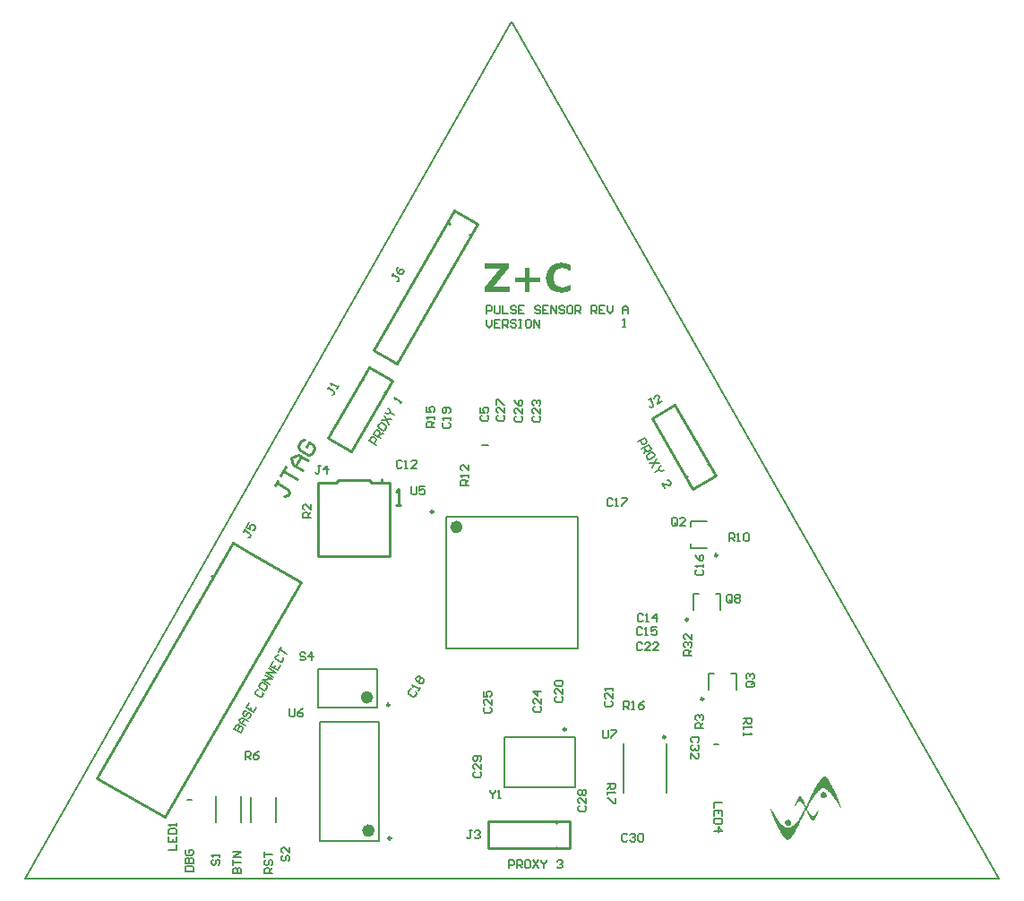
<source format=gto>
%FSLAX25Y25*%
%MOIN*%
G70*
G01*
G75*
%ADD10C,0.00700*%
%ADD11R,0.06299X0.02992*%
%ADD12R,0.07087X0.05512*%
%ADD13R,0.13386X0.07087*%
%ADD14R,0.01181X0.03347*%
%ADD15R,0.03937X0.03937*%
%ADD16R,0.02992X0.09449*%
%ADD17R,0.03937X0.04331*%
%ADD18R,0.05906X0.05118*%
%ADD19R,0.02362X0.01969*%
%ADD20O,0.07087X0.01181*%
%ADD21O,0.01181X0.07087*%
%ADD22R,0.04331X0.03937*%
G04:AMPARAMS|DCode=23|XSize=39.37mil|YSize=43.31mil|CornerRadius=0mil|HoleSize=0mil|Usage=FLASHONLY|Rotation=150.000|XOffset=0mil|YOffset=0mil|HoleType=Round|Shape=Rectangle|*
%AMROTATEDRECTD23*
4,1,4,0.02788,0.00891,0.00622,-0.02860,-0.02788,-0.00891,-0.00622,0.02860,0.02788,0.00891,0.0*
%
%ADD23ROTATEDRECTD23*%

%ADD24R,0.05118X0.05906*%
%ADD25R,0.02362X0.03543*%
%ADD26R,0.02559X0.02953*%
%ADD27R,0.02953X0.02559*%
%ADD28R,0.03937X0.03347*%
%ADD29R,0.03937X0.03347*%
%ADD30R,0.03347X0.03937*%
%ADD31R,0.03347X0.03937*%
%ADD32C,0.01000*%
%ADD33C,0.02000*%
%ADD34C,0.00600*%
%ADD35C,0.20000*%
%ADD36C,0.03937*%
%ADD37C,0.06000*%
%ADD38C,0.02598*%
%ADD39C,0.02000*%
%ADD40C,0.04000*%
%ADD41C,0.16500*%
%ADD42C,0.07201*%
%ADD43C,0.07150*%
%ADD44C,0.08000*%
G04:AMPARAMS|DCode=45|XSize=100mil|YSize=100mil|CornerRadius=0mil|HoleSize=0mil|Usage=FLASHONLY|Rotation=0.000|XOffset=0mil|YOffset=0mil|HoleType=Round|Shape=Relief|Width=10mil|Gap=10mil|Entries=4|*
%AMTHD45*
7,0,0,0.10000,0.08000,0.01000,45*
%
%ADD45THD45*%
%ADD46C,0.05299*%
%ADD47C,0.05000*%
G04:AMPARAMS|DCode=48|XSize=70mil|YSize=70mil|CornerRadius=0mil|HoleSize=0mil|Usage=FLASHONLY|Rotation=0.000|XOffset=0mil|YOffset=0mil|HoleType=Round|Shape=Relief|Width=10mil|Gap=10mil|Entries=4|*
%AMTHD48*
7,0,0,0.07000,0.05000,0.01000,45*
%
%ADD48THD48*%
G04:AMPARAMS|DCode=49|XSize=20.08mil|YSize=29.53mil|CornerRadius=0mil|HoleSize=0mil|Usage=FLASHONLY|Rotation=240.000|XOffset=0mil|YOffset=0mil|HoleType=Round|Shape=Rectangle|*
%AMROTATEDRECTD49*
4,1,4,-0.00777,0.01608,0.01781,0.00131,0.00777,-0.01608,-0.01781,-0.00131,-0.00777,0.01608,0.0*
%
%ADD49ROTATEDRECTD49*%

%ADD50R,0.06102X0.01772*%
G04:AMPARAMS|DCode=51|XSize=23.62mil|YSize=35.43mil|CornerRadius=0mil|HoleSize=0mil|Usage=FLASHONLY|Rotation=330.000|XOffset=0mil|YOffset=0mil|HoleType=Round|Shape=Rectangle|*
%AMROTATEDRECTD51*
4,1,4,-0.01909,-0.00944,-0.00137,0.02125,0.01909,0.00944,0.00137,-0.02125,-0.01909,-0.00944,0.0*
%
%ADD51ROTATEDRECTD51*%

G04:AMPARAMS|DCode=52|XSize=59.06mil|YSize=51.18mil|CornerRadius=0mil|HoleSize=0mil|Usage=FLASHONLY|Rotation=30.000|XOffset=0mil|YOffset=0mil|HoleType=Round|Shape=Rectangle|*
%AMROTATEDRECTD52*
4,1,4,-0.01278,-0.03693,-0.03837,0.00740,0.01278,0.03693,0.03837,-0.00740,-0.01278,-0.03693,0.0*
%
%ADD52ROTATEDRECTD52*%

G04:AMPARAMS|DCode=53|XSize=59.06mil|YSize=51.18mil|CornerRadius=0mil|HoleSize=0mil|Usage=FLASHONLY|Rotation=150.000|XOffset=0mil|YOffset=0mil|HoleType=Round|Shape=Rectangle|*
%AMROTATEDRECTD53*
4,1,4,0.03837,0.00740,0.01278,-0.03693,-0.03837,-0.00740,-0.01278,0.03693,0.03837,0.00740,0.0*
%
%ADD53ROTATEDRECTD53*%

%ADD54R,0.02953X0.02008*%
%ADD55R,0.03543X0.02362*%
G04:AMPARAMS|DCode=56|XSize=23.62mil|YSize=35.43mil|CornerRadius=0mil|HoleSize=0mil|Usage=FLASHONLY|Rotation=210.000|XOffset=0mil|YOffset=0mil|HoleType=Round|Shape=Rectangle|*
%AMROTATEDRECTD56*
4,1,4,0.00137,0.02125,0.01909,-0.00944,-0.00137,-0.02125,-0.01909,0.00944,0.00137,0.02125,0.0*
%
%ADD56ROTATEDRECTD56*%

%ADD57R,0.02008X0.02953*%
G04:AMPARAMS|DCode=58|XSize=20.08mil|YSize=29.53mil|CornerRadius=0mil|HoleSize=0mil|Usage=FLASHONLY|Rotation=300.000|XOffset=0mil|YOffset=0mil|HoleType=Round|Shape=Rectangle|*
%AMROTATEDRECTD58*
4,1,4,-0.01781,0.00131,0.00777,0.01608,0.01781,-0.00131,-0.00777,-0.01608,-0.01781,0.00131,0.0*
%
%ADD58ROTATEDRECTD58*%

G04:AMPARAMS|DCode=59|XSize=25.59mil|YSize=29.53mil|CornerRadius=0mil|HoleSize=0mil|Usage=FLASHONLY|Rotation=30.000|XOffset=0mil|YOffset=0mil|HoleType=Round|Shape=Rectangle|*
%AMROTATEDRECTD59*
4,1,4,-0.00370,-0.01918,-0.01846,0.00639,0.00370,0.01918,0.01846,-0.00639,-0.00370,-0.01918,0.0*
%
%ADD59ROTATEDRECTD59*%

G04:AMPARAMS|DCode=60|XSize=23.62mil|YSize=39.37mil|CornerRadius=0mil|HoleSize=0mil|Usage=FLASHONLY|Rotation=240.000|XOffset=0mil|YOffset=0mil|HoleType=Round|Shape=Rectangle|*
%AMROTATEDRECTD60*
4,1,4,-0.01114,0.02007,0.02295,0.00039,0.01114,-0.02007,-0.02295,-0.00039,-0.01114,0.02007,0.0*
%
%ADD60ROTATEDRECTD60*%

G04:AMPARAMS|DCode=61|XSize=23.62mil|YSize=39.37mil|CornerRadius=0mil|HoleSize=0mil|Usage=FLASHONLY|Rotation=300.000|XOffset=0mil|YOffset=0mil|HoleType=Round|Shape=Rectangle|*
%AMROTATEDRECTD61*
4,1,4,-0.02295,0.00039,0.01114,0.02007,0.02295,-0.00039,-0.01114,-0.02007,-0.02295,0.00039,0.0*
%
%ADD61ROTATEDRECTD61*%

%ADD62R,0.02362X0.03937*%
%ADD63R,0.02362X0.03740*%
%ADD64C,0.02362*%
%ADD65C,0.00984*%
%ADD66C,0.00787*%
G36*
X116276Y-78003D02*
X116387Y-78058D01*
X116535Y-78169D01*
X116720Y-78336D01*
X116887Y-78558D01*
X117035Y-78854D01*
X117090Y-79021D01*
X117146Y-79206D01*
X117164Y-79428D01*
X117183Y-79650D01*
X117164D01*
X117146Y-79687D01*
X117035Y-79761D01*
X116868Y-79872D01*
X116665Y-80002D01*
X116424Y-80132D01*
X116183Y-80243D01*
X115961Y-80317D01*
X115758Y-80354D01*
X115739D01*
X115721Y-80335D01*
X115610Y-80298D01*
X115462Y-80224D01*
X115276Y-80132D01*
X115091Y-80020D01*
X114943Y-79909D01*
X114832Y-79780D01*
X114814Y-79724D01*
X114795Y-79650D01*
Y-78706D01*
Y-78688D01*
X114814Y-78651D01*
X114832Y-78577D01*
X114888Y-78484D01*
X114980Y-78373D01*
X115091Y-78243D01*
X115276Y-78114D01*
X115517Y-77984D01*
X116257D01*
X116276Y-78003D01*
D02*
G37*
G36*
X116776Y-72320D02*
X116887Y-72376D01*
X117016Y-72487D01*
X117109Y-72561D01*
X117201Y-72654D01*
X117313Y-72764D01*
X117442Y-72913D01*
X117572Y-73079D01*
X117720Y-73283D01*
X117886Y-73505D01*
X118053Y-73746D01*
X118238Y-74042D01*
X118423Y-74375D01*
X118645Y-74727D01*
X118867Y-75134D01*
X119089Y-75578D01*
X119349Y-76078D01*
X119608Y-76615D01*
X119885Y-77207D01*
X120182Y-77836D01*
X120496Y-78540D01*
X120811Y-79280D01*
X121144Y-80094D01*
X121496Y-80946D01*
X121866Y-81871D01*
X122255Y-82871D01*
X122643Y-83926D01*
X122403D01*
X122384Y-83908D01*
X122347Y-83833D01*
X122292Y-83741D01*
X122218Y-83611D01*
X122125Y-83445D01*
X121995Y-83241D01*
X121866Y-83019D01*
X121718Y-82778D01*
X121533Y-82501D01*
X121366Y-82223D01*
X120959Y-81594D01*
X120496Y-80927D01*
X120015Y-80243D01*
X119515Y-79558D01*
X118978Y-78891D01*
X118442Y-78262D01*
X118182Y-77984D01*
X117905Y-77707D01*
X117646Y-77466D01*
X117386Y-77244D01*
X117146Y-77040D01*
X116887Y-76874D01*
X116646Y-76744D01*
X116424Y-76633D01*
X116183Y-76578D01*
X115980Y-76559D01*
X115517D01*
X115480Y-76578D01*
X115387Y-76615D01*
X115239Y-76689D01*
X115036Y-76800D01*
X114795Y-76966D01*
X114499Y-77188D01*
X114147Y-77485D01*
X113962Y-77651D01*
X113777Y-77836D01*
X113574Y-78040D01*
X113370Y-78281D01*
X113148Y-78521D01*
X112926Y-78799D01*
X112685Y-79095D01*
X112444Y-79410D01*
X112204Y-79761D01*
X111963Y-80132D01*
X111704Y-80539D01*
X111445Y-80964D01*
X111186Y-81409D01*
X110908Y-81890D01*
X110649Y-82408D01*
X110371Y-82964D01*
X110094Y-83537D01*
X109816Y-84148D01*
X109834Y-84167D01*
X109871Y-84259D01*
X109927Y-84370D01*
X110020Y-84537D01*
X110112Y-84722D01*
X110223Y-84926D01*
X110501Y-85388D01*
X110797Y-85851D01*
X110945Y-86073D01*
X111112Y-86277D01*
X111278Y-86462D01*
X111426Y-86610D01*
X111574Y-86721D01*
X111723Y-86777D01*
X112222D01*
X112278Y-86740D01*
X112333Y-86703D01*
X112389Y-86665D01*
X112463Y-86592D01*
X112555Y-86499D01*
X112666Y-86388D01*
X112796Y-86258D01*
X112963Y-86073D01*
X113129Y-85870D01*
X113333Y-85629D01*
X113555Y-85333D01*
X113814Y-85000D01*
X114092Y-84629D01*
Y-84870D01*
Y-84889D01*
X114073Y-84907D01*
X114055Y-84963D01*
X114036Y-85037D01*
X113962Y-85222D01*
X113870Y-85462D01*
X113759Y-85759D01*
X113629Y-86073D01*
X113481Y-86406D01*
X113333Y-86758D01*
X113148Y-87128D01*
X112981Y-87462D01*
X112796Y-87776D01*
X112629Y-88072D01*
X112444Y-88313D01*
X112278Y-88498D01*
X112185Y-88572D01*
X112111Y-88628D01*
X112019Y-88646D01*
X111945Y-88665D01*
X111907D01*
X111834Y-88628D01*
X111759Y-88591D01*
X111667Y-88535D01*
X111556Y-88442D01*
X111426Y-88313D01*
X111260Y-88128D01*
X111093Y-87906D01*
X110926Y-87628D01*
X110723Y-87276D01*
X110630Y-87073D01*
X110519Y-86869D01*
X110408Y-86629D01*
X110297Y-86369D01*
X110186Y-86092D01*
X110056Y-85796D01*
X109945Y-85481D01*
X109816Y-85148D01*
X109705Y-84777D01*
X109575Y-84389D01*
X109335D01*
X109316Y-84426D01*
X109279Y-84518D01*
X109224Y-84666D01*
X109131Y-84870D01*
X109020Y-85129D01*
X108890Y-85444D01*
X108761Y-85777D01*
X108594Y-86166D01*
X108409Y-86592D01*
X108205Y-87036D01*
X108002Y-87498D01*
X107780Y-87998D01*
X107280Y-89016D01*
X106762Y-90071D01*
X106225Y-91145D01*
X105651Y-92163D01*
X105374Y-92663D01*
X105077Y-93125D01*
X104800Y-93570D01*
X104504Y-93995D01*
X104226Y-94384D01*
X103948Y-94717D01*
X103671Y-95032D01*
X103411Y-95291D01*
X103152Y-95495D01*
X102912Y-95643D01*
X102671Y-95735D01*
X102449Y-95772D01*
X102430D01*
X102356Y-95754D01*
X102227Y-95698D01*
X102060Y-95587D01*
X101949Y-95513D01*
X101838Y-95421D01*
X101708Y-95291D01*
X101560Y-95162D01*
X101412Y-94995D01*
X101246Y-94791D01*
X101061Y-94569D01*
X100876Y-94310D01*
X100654Y-94033D01*
X100450Y-93699D01*
X100209Y-93348D01*
X99969Y-92940D01*
X99709Y-92478D01*
X99450Y-91996D01*
X99173Y-91460D01*
X98877Y-90867D01*
X98562Y-90238D01*
X98247Y-89535D01*
X97914Y-88794D01*
X97562Y-87980D01*
X97211Y-87128D01*
X96840Y-86203D01*
X96452Y-85203D01*
X96063Y-84148D01*
X96304D01*
X96341Y-84167D01*
X96378Y-84222D01*
X96452Y-84278D01*
X96544Y-84389D01*
X96674Y-84537D01*
X96803Y-84722D01*
X96988Y-84963D01*
X97192Y-85240D01*
X97433Y-85611D01*
X97562Y-85814D01*
X97692Y-86036D01*
X97840Y-86277D01*
X98006Y-86536D01*
X98173Y-86814D01*
X98358Y-87110D01*
X98543Y-87424D01*
X98747Y-87776D01*
X98950Y-88146D01*
X99173Y-88535D01*
X99395Y-88942D01*
X99635Y-89386D01*
X99654Y-89405D01*
X99709Y-89460D01*
X99802Y-89553D01*
X99913Y-89683D01*
X100043Y-89831D01*
X100209Y-89979D01*
X100394Y-90145D01*
X100598Y-90330D01*
X101042Y-90682D01*
X101264Y-90830D01*
X101505Y-90978D01*
X101746Y-91108D01*
X101986Y-91201D01*
X102227Y-91256D01*
X102449Y-91274D01*
X102967D01*
X103060Y-91256D01*
X103208Y-91219D01*
X103411Y-91163D01*
X103671Y-91034D01*
X103985Y-90867D01*
X104152Y-90756D01*
X104337Y-90645D01*
X104541Y-90497D01*
X104744Y-90330D01*
X104948Y-90127D01*
X105170Y-89923D01*
X105411Y-89683D01*
X105651Y-89424D01*
X105910Y-89127D01*
X106169Y-88813D01*
X106429Y-88461D01*
X106706Y-88072D01*
X106984Y-87647D01*
X107280Y-87202D01*
X107558Y-86721D01*
X107872Y-86184D01*
X108168Y-85629D01*
X108483Y-85018D01*
X108798Y-84370D01*
X109113Y-83685D01*
X109094Y-83667D01*
X109075Y-83611D01*
X109020Y-83519D01*
X108946Y-83389D01*
X108853Y-83241D01*
X108761Y-83075D01*
X108520Y-82723D01*
X108243Y-82334D01*
X107965Y-81982D01*
X107835Y-81834D01*
X107706Y-81705D01*
X107576Y-81612D01*
X107447Y-81538D01*
X106725D01*
X106669Y-81575D01*
X106577Y-81631D01*
X106503Y-81705D01*
X106410Y-81779D01*
X106317Y-81871D01*
X106207Y-82001D01*
X106058Y-82149D01*
X105910Y-82334D01*
X105725Y-82556D01*
X105540Y-82815D01*
X105318Y-83112D01*
X105077Y-83445D01*
Y-83204D01*
Y-83186D01*
X105096Y-83167D01*
X105133Y-83056D01*
X105188Y-82871D01*
X105262Y-82649D01*
X105374Y-82371D01*
X105485Y-82075D01*
X105614Y-81760D01*
X105762Y-81427D01*
X105929Y-81094D01*
X106095Y-80779D01*
X106262Y-80465D01*
X106447Y-80206D01*
X106632Y-79983D01*
X106836Y-79798D01*
X107021Y-79687D01*
X107114Y-79669D01*
X107206Y-79650D01*
X107447D01*
X107465Y-79669D01*
X107502Y-79706D01*
X107558Y-79761D01*
X107632Y-79835D01*
X107724Y-79965D01*
X107835Y-80094D01*
X107965Y-80280D01*
X108095Y-80483D01*
X108243Y-80724D01*
X108391Y-81002D01*
X108539Y-81316D01*
X108705Y-81649D01*
X108872Y-82038D01*
X109020Y-82464D01*
X109187Y-82926D01*
X109335Y-83445D01*
X109575D01*
X109594Y-83426D01*
X109612Y-83352D01*
X109668Y-83223D01*
X109723Y-83056D01*
X109797Y-82853D01*
X109908Y-82612D01*
X110020Y-82353D01*
X110149Y-82038D01*
X110279Y-81705D01*
X110427Y-81335D01*
X110593Y-80946D01*
X110778Y-80557D01*
X111167Y-79687D01*
X111593Y-78762D01*
X112056Y-77818D01*
X112555Y-76874D01*
X113055Y-75948D01*
X113592Y-75041D01*
X113851Y-74616D01*
X114129Y-74208D01*
X114406Y-73838D01*
X114665Y-73468D01*
X114943Y-73135D01*
X115221Y-72820D01*
X115498Y-72542D01*
X115758Y-72302D01*
X116720D01*
X116776Y-72320D01*
D02*
G37*
G36*
X103874Y-89146D02*
Y-89164D01*
Y-89201D01*
Y-89257D01*
X103856Y-89331D01*
X103837Y-89535D01*
X103782Y-89775D01*
X103708Y-90034D01*
X103578Y-90257D01*
X103411Y-90460D01*
X103300Y-90516D01*
X103171Y-90571D01*
X102430D01*
X102393Y-90553D01*
X102301Y-90516D01*
X102208Y-90442D01*
X102060Y-90330D01*
X101912Y-90164D01*
X101820Y-90053D01*
X101708Y-89923D01*
X101616Y-89775D01*
X101505Y-89609D01*
Y-89146D01*
Y-89127D01*
X101523Y-89109D01*
X101579Y-88998D01*
X101690Y-88850D01*
X101857Y-88665D01*
X102079Y-88498D01*
X102375Y-88350D01*
X102541Y-88294D01*
X102727Y-88239D01*
X102949Y-88220D01*
X103171Y-88202D01*
X103874Y-89146D01*
D02*
G37*
G36*
X18741Y118991D02*
X18977Y118975D01*
X19229Y118959D01*
X19512Y118928D01*
X19811Y118865D01*
X20126Y118802D01*
X20142D01*
X20158Y118786D01*
X20205D01*
X20268Y118770D01*
X20425Y118723D01*
X20646Y118644D01*
X20882Y118566D01*
X21149Y118471D01*
X21433Y118345D01*
X21716Y118203D01*
Y116016D01*
X21700D01*
X21685Y116031D01*
X21590Y116094D01*
X21433Y116189D01*
X21244Y116299D01*
X21008Y116425D01*
X20756Y116551D01*
X20488Y116677D01*
X20205Y116771D01*
X20189D01*
X20174Y116787D01*
X20079Y116818D01*
X19922Y116850D01*
X19733Y116897D01*
X19497Y116944D01*
X19229Y116992D01*
X18946Y117007D01*
X18647Y117023D01*
X18505D01*
X18411Y117007D01*
X18285Y116992D01*
X18127Y116976D01*
X17970Y116944D01*
X17797Y116913D01*
X17435Y116787D01*
X17246Y116724D01*
X17041Y116630D01*
X16852Y116519D01*
X16679Y116393D01*
X16490Y116252D01*
X16333Y116079D01*
X16317Y116063D01*
X16301Y116031D01*
X16254Y115984D01*
X16207Y115905D01*
X16144Y115811D01*
X16065Y115685D01*
X15987Y115559D01*
X15924Y115402D01*
X15845Y115229D01*
X15766Y115024D01*
X15688Y114819D01*
X15625Y114583D01*
X15577Y114331D01*
X15530Y114064D01*
X15514Y113765D01*
X15499Y113466D01*
Y113450D01*
Y113387D01*
Y113308D01*
X15514Y113198D01*
X15530Y113057D01*
X15546Y112899D01*
X15562Y112710D01*
X15609Y112521D01*
X15703Y112112D01*
X15845Y111671D01*
X15939Y111467D01*
X16065Y111247D01*
X16191Y111058D01*
X16333Y110869D01*
X16349Y110853D01*
X16364Y110821D01*
X16427Y110790D01*
X16490Y110727D01*
X16569Y110648D01*
X16679Y110570D01*
X16789Y110491D01*
X16931Y110412D01*
X17088Y110318D01*
X17262Y110239D01*
X17450Y110160D01*
X17655Y110082D01*
X17891Y110019D01*
X18127Y109987D01*
X18379Y109956D01*
X18647Y109940D01*
X18788D01*
X18946Y109956D01*
X19150Y109971D01*
X19387Y110003D01*
X19654Y110035D01*
X19922Y110097D01*
X20205Y110176D01*
X20221D01*
X20236Y110192D01*
X20331Y110223D01*
X20472Y110286D01*
X20677Y110365D01*
X20898Y110475D01*
X21149Y110601D01*
X21433Y110758D01*
X21716Y110947D01*
Y108744D01*
X21700D01*
X21685Y108728D01*
X21590Y108681D01*
X21433Y108602D01*
X21228Y108523D01*
X20992Y108429D01*
X20724Y108335D01*
X20441Y108240D01*
X20126Y108161D01*
X20110D01*
X20095Y108146D01*
X20048D01*
X19985Y108130D01*
X19827Y108098D01*
X19607Y108067D01*
X19355Y108020D01*
X19072Y107988D01*
X18757Y107973D01*
X18426Y107957D01*
X18316D01*
X18174Y107973D01*
X17986Y107988D01*
X17765Y108004D01*
X17498Y108036D01*
X17214Y108083D01*
X16899Y108146D01*
X16569Y108224D01*
X16223Y108319D01*
X15876Y108445D01*
X15530Y108586D01*
X15184Y108744D01*
X14838Y108948D01*
X14507Y109169D01*
X14208Y109436D01*
X14192Y109452D01*
X14145Y109499D01*
X14066Y109594D01*
X13972Y109704D01*
X13846Y109861D01*
X13720Y110035D01*
X13578Y110255D01*
X13437Y110491D01*
X13295Y110774D01*
X13153Y111073D01*
X13027Y111404D01*
X12902Y111766D01*
X12807Y112144D01*
X12728Y112569D01*
X12681Y112994D01*
X12665Y113466D01*
Y113497D01*
Y113576D01*
X12681Y113718D01*
X12697Y113891D01*
X12713Y114111D01*
X12744Y114363D01*
X12791Y114631D01*
X12854Y114930D01*
X12933Y115244D01*
X13043Y115575D01*
X13169Y115921D01*
X13311Y116252D01*
X13500Y116582D01*
X13704Y116913D01*
X13940Y117228D01*
X14208Y117511D01*
X14224Y117527D01*
X14287Y117574D01*
X14365Y117653D01*
X14491Y117747D01*
X14649Y117857D01*
X14838Y117983D01*
X15058Y118125D01*
X15326Y118266D01*
X15609Y118392D01*
X15924Y118534D01*
X16270Y118660D01*
X16648Y118770D01*
X17057Y118865D01*
X17482Y118943D01*
X17938Y118991D01*
X18426Y119006D01*
X18584D01*
X18741Y118991D01*
D02*
G37*
G36*
X6668Y113576D02*
X10383D01*
Y111892D01*
X6668D01*
Y108161D01*
X4969D01*
Y111892D01*
X1254D01*
Y113576D01*
X4969D01*
Y117306D01*
X6668D01*
Y113576D01*
D02*
G37*
G36*
X-1107Y117149D02*
X-6836Y110239D01*
X-950D01*
Y108161D01*
X-10236D01*
Y109814D01*
X-4523Y116740D01*
X-10079D01*
Y118817D01*
X-1107D01*
Y117149D01*
D02*
G37*
D32*
X-64498Y38216D02*
X-53179Y38216D01*
X-65482Y37232D02*
X-64498Y38216D01*
X-53179Y38216D02*
X-52195Y37232D01*
X-45551Y9771D02*
X-45551Y37232D01*
X-72126Y9771D02*
X-45551Y9771D01*
X-72126Y37232D02*
X-72126Y9771D01*
X-52195Y37232D02*
X-45551D01*
X-72126D02*
X-65482D01*
X-48602Y37708D02*
Y38315D01*
X-154377Y-72715D02*
X-129112Y-87302D01*
X-154377Y-72715D02*
X-103845Y14808D01*
X-97162Y10950D01*
X-78580Y221D01*
X-129112Y-87302D02*
X-78580Y221D01*
X-111683Y2445D02*
X-111158Y2141D01*
X-42697Y81362D02*
X-12697Y133324D01*
X-21358Y138324D02*
X-12697Y133324D01*
X-51358Y86362D02*
X-21358Y138324D01*
X-51358Y86362D02*
X-42697Y81362D01*
X-23858Y133994D02*
X-23108Y133561D01*
X-15862Y129378D02*
X-15197Y128994D01*
X16500Y-99000D02*
Y-98626D01*
Y-89472D02*
Y-89000D01*
X-8894Y-99000D02*
Y-89000D01*
X21500D01*
Y-99000D02*
Y-89000D01*
X-8894Y-99000D02*
X21500D01*
X-47411Y70913D02*
X-47087Y70726D01*
X-55747Y75726D02*
X-55338Y75490D01*
X-68444Y53734D02*
X-59784Y48734D01*
X-68444Y53734D02*
X-53247Y80056D01*
X-44587Y75056D01*
X-59784Y48734D02*
X-44587Y75056D01*
X64725Y39235D02*
X65049Y39422D01*
X72976Y43998D02*
X73385Y44235D01*
X52028Y61226D02*
X60688Y66226D01*
X75885Y39904D01*
X67225Y34905D02*
X75885Y39904D01*
X52028Y61226D02*
X67225Y34905D01*
X-43307Y28740D02*
X-41308D01*
X-42307D01*
Y34738D01*
X-43307Y33738D01*
X-87053Y37958D02*
X-88053Y36227D01*
X-87553Y37092D01*
X-83224Y34593D01*
X-82859Y33228D01*
X-83358Y32362D01*
X-84724Y31996D01*
X-86054Y39690D02*
X-84054Y43153D01*
X-85054Y41421D01*
X-79860Y38422D01*
X-77860Y41885D02*
X-81323Y43884D01*
X-82055Y46615D01*
X-79324Y47347D01*
X-75861Y45348D01*
X-78458Y46848D01*
X-80457Y43385D01*
X-77191Y53042D02*
X-78556Y52676D01*
X-79556Y50944D01*
X-79190Y49579D01*
X-75727Y47579D01*
X-74361Y47945D01*
X-73362Y49677D01*
X-73728Y51042D01*
X-75459Y52042D01*
X-76459Y50310D01*
D34*
X41567Y-59890D02*
X41567Y-78315D01*
X57669D02*
Y-59890D01*
X-11024Y51181D02*
X-8661D01*
X-76968Y-26382D02*
X-77468Y-25882D01*
X-78468D01*
X-78968Y-26382D01*
Y-26882D01*
X-78468Y-27382D01*
X-77468D01*
X-76968Y-27881D01*
Y-28381D01*
X-77468Y-28881D01*
X-78468D01*
X-78968Y-28381D01*
X-74469Y-28881D02*
Y-25882D01*
X-75969Y-27382D01*
X-73969D01*
X-82677Y-47001D02*
Y-49500D01*
X-82177Y-50000D01*
X-81178D01*
X-80678Y-49500D01*
Y-47001D01*
X-77679D02*
X-78679Y-47501D01*
X-79678Y-48500D01*
Y-49500D01*
X-79178Y-50000D01*
X-78179D01*
X-77679Y-49500D01*
Y-49000D01*
X-78179Y-48500D01*
X-79678D01*
X-8268Y-77316D02*
Y-77816D01*
X-7268Y-78815D01*
X-6268Y-77816D01*
Y-77316D01*
X-7268Y-78815D02*
Y-80315D01*
X-5269D02*
X-4269D01*
X-4769D01*
Y-77316D01*
X-5269Y-77816D01*
X33858Y-54875D02*
Y-57374D01*
X34358Y-57874D01*
X35358D01*
X35858Y-57374D01*
Y-54875D01*
X36857D02*
X38857D01*
Y-55375D01*
X36857Y-57374D01*
Y-57874D01*
X-85176Y-101544D02*
X-85676Y-102044D01*
Y-103043D01*
X-85176Y-103543D01*
X-84676D01*
X-84177Y-103043D01*
Y-102044D01*
X-83677Y-101544D01*
X-83177D01*
X-82677Y-102044D01*
Y-103043D01*
X-83177Y-103543D01*
X-82677Y-98545D02*
Y-100544D01*
X-84676Y-98545D01*
X-85176D01*
X-85676Y-99045D01*
Y-100044D01*
X-85176Y-100544D01*
X-71229Y43550D02*
X-72229D01*
X-71729D01*
Y41051D01*
X-72229Y40551D01*
X-72729D01*
X-73228Y41051D01*
X-68730Y40551D02*
Y43550D01*
X-70229Y42051D01*
X-68230D01*
X-99235Y19766D02*
X-99735Y18901D01*
X-99485Y19334D01*
X-97321Y18084D01*
X-97138Y17401D01*
X-97388Y16968D01*
X-98071Y16785D01*
X-97736Y22364D02*
X-98735Y20632D01*
X-97437Y19882D01*
X-97370Y20998D01*
X-97120Y21431D01*
X-96437Y21614D01*
X-95572Y21114D01*
X-95389Y20431D01*
X-95888Y19566D01*
X-96571Y19383D01*
X-44117Y115042D02*
X-44617Y114176D01*
X-44367Y114609D01*
X-42203Y113360D01*
X-42020Y112677D01*
X-42270Y112244D01*
X-42953Y112061D01*
X-42618Y117639D02*
X-42685Y116524D01*
X-42319Y115158D01*
X-41453Y114658D01*
X-40770Y114841D01*
X-40270Y115707D01*
X-40453Y116390D01*
X-40886Y116640D01*
X-41569Y116457D01*
X-42319Y115158D01*
X66929Y-27165D02*
X63930D01*
Y-25666D01*
X64430Y-25166D01*
X65430D01*
X65929Y-25666D01*
Y-27165D01*
Y-26166D02*
X66929Y-25166D01*
X64430Y-24166D02*
X63930Y-23666D01*
Y-22667D01*
X64430Y-22167D01*
X64930D01*
X65430Y-22667D01*
Y-23167D01*
Y-22667D01*
X65929Y-22167D01*
X66429D01*
X66929Y-22667D01*
Y-23666D01*
X66429Y-24166D01*
X66929Y-19168D02*
Y-21167D01*
X64930Y-19168D01*
X64430D01*
X63930Y-19668D01*
Y-20667D01*
X64430Y-21167D01*
X69035Y-59480D02*
X69534Y-58980D01*
Y-57980D01*
X69035Y-57480D01*
X67035D01*
X66535Y-57980D01*
Y-58980D01*
X67035Y-59480D01*
X69035Y-60479D02*
X69534Y-60979D01*
Y-61979D01*
X69035Y-62479D01*
X68535D01*
X68035Y-61979D01*
Y-61479D01*
Y-61979D01*
X67535Y-62479D01*
X67035D01*
X66535Y-61979D01*
Y-60979D01*
X67035Y-60479D01*
X66535Y-65478D02*
Y-63478D01*
X68535Y-65478D01*
X69035D01*
X69534Y-64978D01*
Y-63978D01*
X69035Y-63478D01*
X-11161Y62236D02*
X-11660Y61736D01*
Y60736D01*
X-11161Y60236D01*
X-9161D01*
X-8661Y60736D01*
Y61736D01*
X-9161Y62236D01*
X-11660Y65235D02*
Y63235D01*
X-10161D01*
X-10661Y64235D01*
Y64735D01*
X-10161Y65235D01*
X-9161D01*
X-8661Y64735D01*
Y63735D01*
X-9161Y63235D01*
X-14930Y-92277D02*
X-15929D01*
X-15430D01*
Y-94776D01*
X-15929Y-95276D01*
X-16429D01*
X-16929Y-94776D01*
X-13930Y-92776D02*
X-13430Y-92277D01*
X-12431D01*
X-11931Y-92776D01*
Y-93276D01*
X-12431Y-93776D01*
X-12930D01*
X-12431D01*
X-11931Y-94276D01*
Y-94776D01*
X-12431Y-95276D01*
X-13430D01*
X-13930Y-94776D01*
X-37402Y35676D02*
Y33177D01*
X-36902Y32677D01*
X-35902D01*
X-35402Y33177D01*
Y35676D01*
X-32403D02*
X-34402D01*
Y34177D01*
X-33403Y34677D01*
X-32903D01*
X-32403Y34177D01*
Y33177D01*
X-32903Y32677D01*
X-33903D01*
X-34402Y33177D01*
X-40914Y45019D02*
X-41414Y45519D01*
X-42413D01*
X-42913Y45019D01*
Y43020D01*
X-42413Y42520D01*
X-41414D01*
X-40914Y43020D01*
X-39914Y42520D02*
X-38915D01*
X-39415D01*
Y45519D01*
X-39914Y45019D01*
X-35416Y42520D02*
X-37415D01*
X-35416Y44519D01*
Y45019D01*
X-35916Y45519D01*
X-36915D01*
X-37415Y45019D01*
X48850Y-12068D02*
X48350Y-11568D01*
X47350D01*
X46850Y-12068D01*
Y-14067D01*
X47350Y-14567D01*
X48350D01*
X48850Y-14067D01*
X49849Y-14567D02*
X50849D01*
X50349D01*
Y-11568D01*
X49849Y-12068D01*
X53848Y-14567D02*
Y-11568D01*
X52349Y-13067D01*
X54348D01*
X48456Y-17186D02*
X47956Y-16686D01*
X46957D01*
X46457Y-17186D01*
Y-19185D01*
X46957Y-19685D01*
X47956D01*
X48456Y-19185D01*
X49456Y-19685D02*
X50455D01*
X49956D01*
Y-16686D01*
X49456Y-17186D01*
X53954Y-16686D02*
X51955D01*
Y-18185D01*
X52955Y-17686D01*
X53454D01*
X53954Y-18185D01*
Y-19185D01*
X53454Y-19685D01*
X52455D01*
X51955Y-19185D01*
X68761Y4755D02*
X68261Y4255D01*
Y3256D01*
X68761Y2756D01*
X70760D01*
X71260Y3256D01*
Y4255D01*
X70760Y4755D01*
X71260Y5755D02*
Y6755D01*
Y6255D01*
X68261D01*
X68761Y5755D01*
X68261Y10254D02*
X68761Y9254D01*
X69760Y8254D01*
X70760D01*
X71260Y8754D01*
Y9754D01*
X70760Y10254D01*
X70260D01*
X69760Y9754D01*
Y8254D01*
X37432Y30846D02*
X36933Y31345D01*
X35933D01*
X35433Y30846D01*
Y28846D01*
X35933Y28346D01*
X36933D01*
X37432Y28846D01*
X38432Y28346D02*
X39432D01*
X38932D01*
Y31345D01*
X38432Y30846D01*
X40931Y31345D02*
X42931D01*
Y30846D01*
X40931Y28846D01*
Y28346D01*
X-37385Y-39653D02*
X-38068Y-39836D01*
X-38568Y-40701D01*
X-38385Y-41384D01*
X-36653Y-42384D01*
X-35971Y-42201D01*
X-35471Y-41335D01*
X-35654Y-40652D01*
X-34721Y-40037D02*
X-34221Y-39171D01*
X-34471Y-39604D01*
X-37068Y-38104D01*
X-36885Y-38787D01*
X-35636Y-36623D02*
X-35819Y-35940D01*
X-35319Y-35074D01*
X-34636Y-34891D01*
X-34203Y-35141D01*
X-34020Y-35824D01*
X-33337Y-35641D01*
X-32905Y-35891D01*
X-32722Y-36574D01*
X-33221Y-37439D01*
X-33904Y-37622D01*
X-34337Y-37372D01*
X-34520Y-36690D01*
X-35203Y-36873D01*
X-35636Y-36623D01*
X-34520Y-36690D02*
X-34020Y-35824D01*
X-25334Y59480D02*
X-25834Y58980D01*
Y57980D01*
X-25334Y57480D01*
X-23335D01*
X-22835Y57980D01*
Y58980D01*
X-23335Y59480D01*
X-22835Y60479D02*
Y61479D01*
Y60979D01*
X-25834D01*
X-25334Y60479D01*
X-23335Y62979D02*
X-22835Y63478D01*
Y64478D01*
X-23335Y64978D01*
X-25334D01*
X-25834Y64478D01*
Y63478D01*
X-25334Y62979D01*
X-24834D01*
X-24334Y63478D01*
Y64978D01*
X16398Y-42489D02*
X15899Y-42989D01*
Y-43988D01*
X16398Y-44488D01*
X18398D01*
X18898Y-43988D01*
Y-42989D01*
X18398Y-42489D01*
X18898Y-39490D02*
Y-41489D01*
X16898Y-39490D01*
X16398D01*
X15899Y-39990D01*
Y-40989D01*
X16398Y-41489D01*
Y-38490D02*
X15899Y-37990D01*
Y-36991D01*
X16398Y-36491D01*
X18398D01*
X18898Y-36991D01*
Y-37990D01*
X18398Y-38490D01*
X16398D01*
X34902Y-44064D02*
X34402Y-44563D01*
Y-45563D01*
X34902Y-46063D01*
X36902D01*
X37402Y-45563D01*
Y-44563D01*
X36902Y-44064D01*
X37402Y-41065D02*
Y-43064D01*
X35402Y-41065D01*
X34902D01*
X34402Y-41564D01*
Y-42564D01*
X34902Y-43064D01*
X37402Y-40065D02*
Y-39065D01*
Y-39565D01*
X34402D01*
X34902Y-40065D01*
X48456Y-22698D02*
X47956Y-22198D01*
X46957D01*
X46457Y-22698D01*
Y-24697D01*
X46957Y-25197D01*
X47956D01*
X48456Y-24697D01*
X51455Y-25197D02*
X49456D01*
X51455Y-23198D01*
Y-22698D01*
X50955Y-22198D01*
X49956D01*
X49456Y-22698D01*
X54454Y-25197D02*
X52455D01*
X54454Y-23198D01*
Y-22698D01*
X53954Y-22198D01*
X52955D01*
X52455Y-22698D01*
X8131Y61842D02*
X7631Y61342D01*
Y60342D01*
X8131Y59842D01*
X10130D01*
X10630Y60342D01*
Y61342D01*
X10130Y61842D01*
X10630Y64841D02*
Y62841D01*
X8631Y64841D01*
X8131D01*
X7631Y64341D01*
Y63341D01*
X8131Y62841D01*
Y65841D02*
X7631Y66340D01*
Y67340D01*
X8131Y67840D01*
X8631D01*
X9130Y67340D01*
Y66840D01*
Y67340D01*
X9630Y67840D01*
X10130D01*
X10630Y67340D01*
Y66340D01*
X10130Y65841D01*
X8524Y-46032D02*
X8025Y-46532D01*
Y-47532D01*
X8524Y-48031D01*
X10524D01*
X11024Y-47532D01*
Y-46532D01*
X10524Y-46032D01*
X11024Y-43033D02*
Y-45033D01*
X9024Y-43033D01*
X8524D01*
X8025Y-43533D01*
Y-44533D01*
X8524Y-45033D01*
X11024Y-40534D02*
X8025D01*
X9524Y-42033D01*
Y-40034D01*
X-9979Y-46426D02*
X-10479Y-46926D01*
Y-47925D01*
X-9979Y-48425D01*
X-7980D01*
X-7480Y-47925D01*
Y-46926D01*
X-7980Y-46426D01*
X-7480Y-43427D02*
Y-45426D01*
X-9480Y-43427D01*
X-9979D01*
X-10479Y-43927D01*
Y-44926D01*
X-9979Y-45426D01*
X-10479Y-40428D02*
Y-42427D01*
X-8980D01*
X-9480Y-41427D01*
Y-40928D01*
X-8980Y-40428D01*
X-7980D01*
X-7480Y-40928D01*
Y-41927D01*
X-7980Y-42427D01*
X1438Y61842D02*
X938Y61342D01*
Y60342D01*
X1438Y59842D01*
X3437D01*
X3937Y60342D01*
Y61342D01*
X3437Y61842D01*
X3937Y64841D02*
Y62841D01*
X1938Y64841D01*
X1438D01*
X938Y64341D01*
Y63341D01*
X1438Y62841D01*
X938Y67840D02*
X1438Y66840D01*
X2437Y65841D01*
X3437D01*
X3937Y66340D01*
Y67340D01*
X3437Y67840D01*
X2937D01*
X2437Y67340D01*
Y65841D01*
X-5255Y62236D02*
X-5755Y61736D01*
Y60736D01*
X-5255Y60236D01*
X-3256D01*
X-2756Y60736D01*
Y61736D01*
X-3256Y62236D01*
X-2756Y65235D02*
Y63235D01*
X-4755Y65235D01*
X-5255D01*
X-5755Y64735D01*
Y63735D01*
X-5255Y63235D01*
X-5755Y66234D02*
Y68234D01*
X-5255D01*
X-3256Y66234D01*
X-2756D01*
X25060Y-83040D02*
X24560Y-83540D01*
Y-84540D01*
X25060Y-85039D01*
X27059D01*
X27559Y-84540D01*
Y-83540D01*
X27059Y-83040D01*
X27559Y-80041D02*
Y-82040D01*
X25560Y-80041D01*
X25060D01*
X24560Y-80541D01*
Y-81541D01*
X25060Y-82040D01*
Y-79041D02*
X24560Y-78541D01*
Y-77542D01*
X25060Y-77042D01*
X25560D01*
X26059Y-77542D01*
X26559Y-77042D01*
X27059D01*
X27559Y-77542D01*
Y-78541D01*
X27059Y-79041D01*
X26559D01*
X26059Y-78541D01*
X25560Y-79041D01*
X25060D01*
X26059Y-78541D02*
Y-77542D01*
X-13916Y-70442D02*
X-14416Y-70941D01*
Y-71941D01*
X-13916Y-72441D01*
X-11917D01*
X-11417Y-71941D01*
Y-70941D01*
X-11917Y-70442D01*
X-11417Y-67443D02*
Y-69442D01*
X-13417Y-67443D01*
X-13916D01*
X-14416Y-67942D01*
Y-68942D01*
X-13916Y-69442D01*
X-11917Y-66443D02*
X-11417Y-65943D01*
Y-64943D01*
X-11917Y-64443D01*
X-13916D01*
X-14416Y-64943D01*
Y-65943D01*
X-13916Y-66443D01*
X-13417D01*
X-12917Y-65943D01*
Y-64443D01*
X42944Y-93958D02*
X42444Y-93458D01*
X41445D01*
X40945Y-93958D01*
Y-95957D01*
X41445Y-96457D01*
X42444D01*
X42944Y-95957D01*
X43944Y-93958D02*
X44444Y-93458D01*
X45443D01*
X45943Y-93958D01*
Y-94457D01*
X45443Y-94957D01*
X44944D01*
X45443D01*
X45943Y-95457D01*
Y-95957D01*
X45443Y-96457D01*
X44444D01*
X43944Y-95957D01*
X46943Y-93958D02*
X47443Y-93458D01*
X48443D01*
X48942Y-93958D01*
Y-95957D01*
X48443Y-96457D01*
X47443D01*
X46943Y-95957D01*
Y-93958D01*
X-68133Y72916D02*
X-68633Y72050D01*
X-68383Y72483D01*
X-66219Y71234D01*
X-66036Y70551D01*
X-66286Y70118D01*
X-66968Y69935D01*
X-65036Y72282D02*
X-64536Y73148D01*
X-64786Y72715D01*
X-67383Y74215D01*
X-67200Y73532D01*
X51807Y68558D02*
X50941Y68058D01*
X51374Y68308D01*
X52623Y66143D01*
X52441Y65460D01*
X52008Y65211D01*
X51325Y65394D01*
X55904Y67460D02*
X54172Y66460D01*
X54904Y69191D01*
X54654Y69624D01*
X53971Y69807D01*
X53105Y69307D01*
X52922Y68625D01*
X-127802Y-99606D02*
X-124803D01*
Y-97607D01*
X-127802Y-94608D02*
Y-96607D01*
X-124803D01*
Y-94608D01*
X-126303Y-96607D02*
Y-95608D01*
X-127802Y-93608D02*
X-124803D01*
Y-92109D01*
X-125303Y-91609D01*
X-127302D01*
X-127802Y-92109D01*
Y-93608D01*
X-124803Y-90609D02*
Y-89609D01*
Y-90109D01*
X-127802D01*
X-127302Y-90609D01*
X-74803Y24016D02*
X-77802D01*
Y25515D01*
X-77302Y26015D01*
X-76303D01*
X-75803Y25515D01*
Y24016D01*
Y25015D02*
X-74803Y26015D01*
Y29014D02*
Y27015D01*
X-76802Y29014D01*
X-77302D01*
X-77802Y28514D01*
Y27515D01*
X-77302Y27015D01*
X71260Y-54331D02*
X68261D01*
Y-52831D01*
X68761Y-52331D01*
X69760D01*
X70260Y-52831D01*
Y-54331D01*
Y-53331D02*
X71260Y-52331D01*
X68761Y-51332D02*
X68261Y-50832D01*
Y-49832D01*
X68761Y-49332D01*
X69261D01*
X69760Y-49832D01*
Y-50332D01*
Y-49832D01*
X70260Y-49332D01*
X70760D01*
X71260Y-49832D01*
Y-50832D01*
X70760Y-51332D01*
X-99213Y-65748D02*
Y-62749D01*
X-97713D01*
X-97213Y-63249D01*
Y-64249D01*
X-97713Y-64748D01*
X-99213D01*
X-98213D02*
X-97213Y-65748D01*
X-94214Y-62749D02*
X-95214Y-63249D01*
X-96214Y-64249D01*
Y-65248D01*
X-95714Y-65748D01*
X-94714D01*
X-94214Y-65248D01*
Y-64748D01*
X-94714Y-64249D01*
X-96214D01*
X-111161Y-103119D02*
X-111660Y-103619D01*
Y-104618D01*
X-111161Y-105118D01*
X-110661D01*
X-110161Y-104618D01*
Y-103619D01*
X-109661Y-103119D01*
X-109161D01*
X-108661Y-103619D01*
Y-104618D01*
X-109161Y-105118D01*
X-108661Y-102119D02*
Y-101119D01*
Y-101619D01*
X-111660D01*
X-111161Y-102119D01*
X41598Y-47063D02*
Y-44064D01*
X43098D01*
X43598Y-44564D01*
Y-45564D01*
X43098Y-46063D01*
X41598D01*
X42598D02*
X43598Y-47063D01*
X44597D02*
X45597D01*
X45097D01*
Y-44064D01*
X44597Y-44564D01*
X49096Y-44064D02*
X48096Y-44564D01*
X47097Y-45564D01*
Y-46563D01*
X47596Y-47063D01*
X48596D01*
X49096Y-46563D01*
Y-46063D01*
X48596Y-45564D01*
X47097D01*
X35433Y-74803D02*
X38432D01*
Y-76303D01*
X37932Y-76802D01*
X36933D01*
X36433Y-76303D01*
Y-74803D01*
Y-75803D02*
X35433Y-76802D01*
Y-77802D02*
Y-78802D01*
Y-78302D01*
X38432D01*
X37932Y-77802D01*
X38432Y-80301D02*
Y-82301D01*
X37932D01*
X35933Y-80301D01*
X35433D01*
X78196Y-81890D02*
X75197D01*
Y-83889D01*
X78196Y-86888D02*
Y-84889D01*
X75197D01*
Y-86888D01*
X76696Y-84889D02*
Y-85888D01*
X78196Y-87888D02*
X75197D01*
Y-89387D01*
X75697Y-89887D01*
X77696D01*
X78196Y-89387D01*
Y-87888D01*
X75197Y-92386D02*
X78196D01*
X76696Y-90887D01*
Y-92886D01*
X61448Y21760D02*
Y23759D01*
X60948Y24259D01*
X59949D01*
X59449Y23759D01*
Y21760D01*
X59949Y21260D01*
X60948D01*
X60448Y22260D02*
X61448Y21260D01*
X60948D02*
X61448Y21760D01*
X64447Y21260D02*
X62448D01*
X64447Y23259D01*
Y23759D01*
X63947Y24259D01*
X62948D01*
X62448Y23759D01*
X89658Y-36977D02*
X87658D01*
X87159Y-37477D01*
Y-38476D01*
X87658Y-38976D01*
X89658D01*
X90158Y-38476D01*
Y-37477D01*
X89158Y-37977D02*
X90158Y-36977D01*
Y-37477D02*
X89658Y-36977D01*
X87658Y-35977D02*
X87159Y-35478D01*
Y-34478D01*
X87658Y-33978D01*
X88158D01*
X88658Y-34478D01*
Y-34978D01*
Y-34478D01*
X89158Y-33978D01*
X89658D01*
X90158Y-34478D01*
Y-35478D01*
X89658Y-35977D01*
X81921Y-6981D02*
Y-4981D01*
X81421Y-4481D01*
X80421D01*
X79921Y-4981D01*
Y-6981D01*
X80421Y-7480D01*
X81421D01*
X80921Y-6481D02*
X81921Y-7480D01*
X81421D02*
X81921Y-6981D01*
X82920Y-4981D02*
X83420Y-4481D01*
X84420D01*
X84920Y-4981D01*
Y-5481D01*
X84420Y-5981D01*
X84920Y-6481D01*
Y-6981D01*
X84420Y-7480D01*
X83420D01*
X82920Y-6981D01*
Y-6481D01*
X83420Y-5981D01*
X82920Y-5481D01*
Y-4981D01*
X83420Y-5981D02*
X84420D01*
X86221Y-50394D02*
X89219D01*
Y-51893D01*
X88720Y-52393D01*
X87720D01*
X87220Y-51893D01*
Y-50394D01*
Y-51393D02*
X86221Y-52393D01*
Y-53393D02*
Y-54392D01*
Y-53893D01*
X89219D01*
X88720Y-53393D01*
X86221Y-55892D02*
Y-56892D01*
Y-56392D01*
X89219D01*
X88720Y-55892D01*
X-16142Y36220D02*
X-19141D01*
Y37720D01*
X-18641Y38220D01*
X-17641D01*
X-17141Y37720D01*
Y36220D01*
Y37220D02*
X-16142Y38220D01*
Y39219D02*
Y40219D01*
Y39719D01*
X-19141D01*
X-18641Y39219D01*
X-16142Y43718D02*
Y41719D01*
X-18141Y43718D01*
X-18641D01*
X-19141Y43218D01*
Y42219D01*
X-18641Y41719D01*
X80709Y15354D02*
Y18353D01*
X82208D01*
X82708Y17853D01*
Y16854D01*
X82208Y16354D01*
X80709D01*
X81708D02*
X82708Y15354D01*
X83708D02*
X84707D01*
X84207D01*
Y18353D01*
X83708Y17853D01*
X86207D02*
X86707Y18353D01*
X87706D01*
X88206Y17853D01*
Y15854D01*
X87706Y15354D01*
X86707D01*
X86207Y15854D01*
Y17853D01*
X-28740Y57874D02*
X-31739D01*
Y59373D01*
X-31239Y59873D01*
X-30240D01*
X-29740Y59373D01*
Y57874D01*
Y58874D02*
X-28740Y59873D01*
Y60873D02*
Y61873D01*
Y61373D01*
X-31739D01*
X-31239Y60873D01*
X-31739Y65372D02*
Y63372D01*
X-30240D01*
X-30740Y64372D01*
Y64872D01*
X-30240Y65372D01*
X-29240D01*
X-28740Y64872D01*
Y63872D01*
X-29240Y63372D01*
X41339Y95276D02*
X42338D01*
X41838D01*
Y98275D01*
X41339Y97775D01*
X-9449Y97881D02*
Y95882D01*
X-8449Y94882D01*
X-7450Y95882D01*
Y97881D01*
X-4450D02*
X-6450D01*
Y94882D01*
X-4450D01*
X-6450Y96381D02*
X-5450D01*
X-3451Y94882D02*
Y97881D01*
X-1951D01*
X-1451Y97381D01*
Y96381D01*
X-1951Y95882D01*
X-3451D01*
X-2451D02*
X-1451Y94882D01*
X1548Y97381D02*
X1048Y97881D01*
X48D01*
X-452Y97381D01*
Y96881D01*
X48Y96381D01*
X1048D01*
X1548Y95882D01*
Y95382D01*
X1048Y94882D01*
X48D01*
X-452Y95382D01*
X2547Y97881D02*
X3547D01*
X3047D01*
Y94882D01*
X2547D01*
X3547D01*
X6546Y97881D02*
X5546D01*
X5046Y97381D01*
Y95382D01*
X5546Y94882D01*
X6546D01*
X7046Y95382D01*
Y97381D01*
X6546Y97881D01*
X8045Y94882D02*
Y97881D01*
X10045Y94882D01*
Y97881D01*
X41339Y100000D02*
Y101999D01*
X42338Y102999D01*
X43338Y101999D01*
Y100000D01*
Y101499D01*
X41339D01*
X-9449Y100000D02*
Y102999D01*
X-7949D01*
X-7450Y102499D01*
Y101499D01*
X-7949Y101000D01*
X-9449D01*
X-6450Y102999D02*
Y100500D01*
X-5950Y100000D01*
X-4950D01*
X-4450Y100500D01*
Y102999D01*
X-3451D02*
Y100000D01*
X-1451D01*
X1548Y102499D02*
X1048Y102999D01*
X48D01*
X-452Y102499D01*
Y101999D01*
X48Y101499D01*
X1048D01*
X1548Y101000D01*
Y100500D01*
X1048Y100000D01*
X48D01*
X-452Y100500D01*
X4547Y102999D02*
X2547D01*
Y100000D01*
X4547D01*
X2547Y101499D02*
X3547D01*
X10545Y102499D02*
X10045Y102999D01*
X9045D01*
X8545Y102499D01*
Y101999D01*
X9045Y101499D01*
X10045D01*
X10545Y101000D01*
Y100500D01*
X10045Y100000D01*
X9045D01*
X8545Y100500D01*
X13544Y102999D02*
X11544D01*
Y100000D01*
X13544D01*
X11544Y101499D02*
X12544D01*
X14543Y100000D02*
Y102999D01*
X16543Y100000D01*
Y102999D01*
X19542Y102499D02*
X19042Y102999D01*
X18042D01*
X17542Y102499D01*
Y101999D01*
X18042Y101499D01*
X19042D01*
X19542Y101000D01*
Y100500D01*
X19042Y100000D01*
X18042D01*
X17542Y100500D01*
X22041Y102999D02*
X21041D01*
X20541Y102499D01*
Y100500D01*
X21041Y100000D01*
X22041D01*
X22541Y100500D01*
Y102499D01*
X22041Y102999D01*
X23540Y100000D02*
Y102999D01*
X25040D01*
X25540Y102499D01*
Y101499D01*
X25040Y101000D01*
X23540D01*
X24540D02*
X25540Y100000D01*
X29539D02*
Y102999D01*
X31038D01*
X31538Y102499D01*
Y101499D01*
X31038Y101000D01*
X29539D01*
X30538D02*
X31538Y100000D01*
X34537Y102999D02*
X32538D01*
Y100000D01*
X34537D01*
X32538Y101499D02*
X33537D01*
X35537Y102999D02*
Y101000D01*
X36536Y100000D01*
X37536Y101000D01*
Y102999D01*
X-103385Y-54406D02*
X-100787Y-55905D01*
X-100038Y-54607D01*
X-100221Y-53924D01*
X-100654Y-53674D01*
X-101336Y-53857D01*
X-102086Y-55156D01*
X-101336Y-53857D01*
X-101519Y-53174D01*
X-101952Y-52924D01*
X-102635Y-53107D01*
X-103385Y-54406D01*
X-99288Y-53308D02*
X-101019Y-52309D01*
X-101385Y-50943D01*
X-100020Y-50577D01*
X-98288Y-51577D01*
X-99587Y-50827D01*
X-100586Y-52558D01*
X-98953Y-47730D02*
X-99636Y-47913D01*
X-100136Y-48779D01*
X-99953Y-49461D01*
X-99520Y-49711D01*
X-98837Y-49528D01*
X-98337Y-48663D01*
X-97654Y-48480D01*
X-97222Y-48730D01*
X-97039Y-49412D01*
X-97539Y-50278D01*
X-98221Y-50461D01*
X-97886Y-44883D02*
X-98886Y-46614D01*
X-96289Y-48114D01*
X-95289Y-46382D01*
X-97588Y-47364D02*
X-97088Y-46498D01*
X-94454Y-39938D02*
X-95137Y-40121D01*
X-95637Y-40987D01*
X-95454Y-41670D01*
X-93723Y-42669D01*
X-93040Y-42487D01*
X-92540Y-41621D01*
X-92723Y-40938D01*
X-93638Y-37524D02*
X-94138Y-38390D01*
X-93955Y-39072D01*
X-92223Y-40072D01*
X-91540Y-39889D01*
X-91040Y-39024D01*
X-91224Y-38341D01*
X-92955Y-37341D01*
X-93638Y-37524D01*
X-90291Y-37725D02*
X-92888Y-36225D01*
X-89291Y-35993D01*
X-91888Y-34494D01*
X-88791Y-35128D02*
X-91388Y-33628D01*
X-87792Y-33396D01*
X-90389Y-31897D01*
X-88889Y-29299D02*
X-89889Y-31031D01*
X-87292Y-32530D01*
X-86292Y-30799D01*
X-88590Y-31781D02*
X-88090Y-30915D01*
X-86957Y-26952D02*
X-87640Y-27135D01*
X-88140Y-28001D01*
X-87957Y-28684D01*
X-86225Y-29683D01*
X-85542Y-29500D01*
X-85043Y-28635D01*
X-85225Y-27952D01*
X-86890Y-25836D02*
X-85890Y-24105D01*
X-86390Y-24971D01*
X-83793Y-26470D01*
X-1181Y-106299D02*
Y-103300D01*
X318D01*
X818Y-103800D01*
Y-104800D01*
X318Y-105299D01*
X-1181D01*
X1818Y-106299D02*
Y-103300D01*
X3317D01*
X3817Y-103800D01*
Y-104800D01*
X3317Y-105299D01*
X1818D01*
X2818D02*
X3817Y-106299D01*
X6317Y-103300D02*
X5317D01*
X4817Y-103800D01*
Y-105799D01*
X5317Y-106299D01*
X6317D01*
X6816Y-105799D01*
Y-103800D01*
X6317Y-103300D01*
X7816D02*
X9815Y-106299D01*
Y-103300D02*
X7816Y-106299D01*
X10815Y-103300D02*
Y-103800D01*
X11815Y-104800D01*
X12814Y-103800D01*
Y-103300D01*
X11815Y-104800D02*
Y-106299D01*
X16813Y-103800D02*
X17313Y-103300D01*
X18313D01*
X18812Y-103800D01*
Y-104300D01*
X18313Y-104800D01*
X17813D01*
X18313D01*
X18812Y-105299D01*
Y-105799D01*
X18313Y-106299D01*
X17313D01*
X16813Y-105799D01*
X46850Y52362D02*
X49448Y53862D01*
X50197Y52563D01*
X50014Y51880D01*
X49149Y51380D01*
X48466Y51563D01*
X47716Y52862D01*
X48350Y49765D02*
X50947Y51265D01*
X51697Y49966D01*
X51514Y49283D01*
X50648Y48783D01*
X49965Y48966D01*
X49216Y50265D01*
X49716Y49399D02*
X49350Y48033D01*
X53196Y47369D02*
X52697Y48234D01*
X52014Y48417D01*
X50282Y47418D01*
X50099Y46735D01*
X50599Y45869D01*
X51282Y45686D01*
X53013Y46686D01*
X53196Y47369D01*
X53946Y46070D02*
X52349Y42839D01*
X54946Y44339D02*
X51349Y44570D01*
X55446Y43473D02*
X55013Y43223D01*
X54647Y41857D01*
X56012Y41491D01*
X56445Y41741D01*
X54647Y41857D02*
X53348Y41107D01*
X56847Y35047D02*
X55848Y36779D01*
X58579Y36047D01*
X59012Y36297D01*
X59194Y36980D01*
X58695Y37845D01*
X58012Y38028D01*
X-50394Y51181D02*
X-52991Y52681D01*
X-52241Y53979D01*
X-51558Y54162D01*
X-50693Y53662D01*
X-50510Y52980D01*
X-51259Y51681D01*
X-48894Y53778D02*
X-51491Y55278D01*
X-50742Y56577D01*
X-50059Y56759D01*
X-49193Y56260D01*
X-49010Y55577D01*
X-49760Y54278D01*
X-49260Y55144D02*
X-47894Y55510D01*
X-49242Y59174D02*
X-49742Y58308D01*
X-49559Y57625D01*
X-47828Y56625D01*
X-47145Y56809D01*
X-46645Y57674D01*
X-46828Y58357D01*
X-48559Y59357D01*
X-49242Y59174D01*
X-48492Y60472D02*
X-44895Y60704D01*
X-47493Y62204D02*
X-45895Y58973D01*
X-46993Y63070D02*
X-46560Y62820D01*
X-45194Y63186D01*
X-45560Y64551D01*
X-45993Y64801D01*
X-45194Y63186D02*
X-43896Y62436D01*
X-41397Y66764D02*
X-40897Y67630D01*
X-41147Y67197D01*
X-43744Y68697D01*
X-43561Y68014D01*
X-103786Y-108268D02*
X-100787D01*
Y-106768D01*
X-101287Y-106268D01*
X-101787D01*
X-102287Y-106768D01*
Y-108268D01*
Y-106768D01*
X-102787Y-106268D01*
X-103287D01*
X-103786Y-106768D01*
Y-108268D01*
Y-105269D02*
Y-103269D01*
Y-104269D01*
X-100787D01*
Y-102270D02*
X-103786D01*
X-100787Y-100270D01*
X-103786D01*
X-88976Y-108268D02*
X-91975D01*
Y-106768D01*
X-91476Y-106268D01*
X-90476D01*
X-89976Y-106768D01*
Y-108268D01*
Y-107268D02*
X-88976Y-106268D01*
X-91476Y-103269D02*
X-91975Y-103769D01*
Y-104769D01*
X-91476Y-105269D01*
X-90976D01*
X-90476Y-104769D01*
Y-103769D01*
X-89976Y-103269D01*
X-89476D01*
X-88976Y-103769D01*
Y-104769D01*
X-89476Y-105269D01*
X-91975Y-102270D02*
Y-100270D01*
Y-101270D01*
X-88976D01*
X-121503Y-107480D02*
X-118504D01*
Y-105981D01*
X-119004Y-105481D01*
X-121003D01*
X-121503Y-105981D01*
Y-107480D01*
Y-104481D02*
X-118504D01*
Y-102982D01*
X-119004Y-102482D01*
X-119504D01*
X-120003Y-102982D01*
Y-104481D01*
Y-102982D01*
X-120503Y-102482D01*
X-121003D01*
X-121503Y-102982D01*
Y-104481D01*
X-121003Y-99483D02*
X-121503Y-99983D01*
Y-100982D01*
X-121003Y-101482D01*
X-119004D01*
X-118504Y-100982D01*
Y-99983D01*
X-119004Y-99483D01*
X-120003D01*
Y-100483D01*
X0Y208661D02*
X181102Y-110236D01*
X-181102D02*
X0Y208661D01*
X-181102Y-110236D02*
X181102D01*
D64*
X-52756Y-42717D02*
G03*
X-52756Y-42717I-1181J0D01*
G01*
X-52232Y-92307D02*
G03*
X-52232Y-92307I-1181J0D01*
G01*
X-19488Y20669D02*
G03*
X-19488Y20669I-1181J0D01*
G01*
D65*
X-45531Y-45531D02*
G03*
X-45531Y-45531I-492J0D01*
G01*
X-45008Y-95161D02*
G03*
X-45008Y-95161I-492J0D01*
G01*
X20079Y-54724D02*
G03*
X20079Y-54724I-492J0D01*
G01*
X57087Y-57480D02*
G03*
X57087Y-57480I-492J0D01*
G01*
X-29232Y26378D02*
G03*
X-29232Y26378I-492J0D01*
G01*
X76476Y10138D02*
G03*
X76476Y10138I-492J0D01*
G01*
X71260Y-43307D02*
G03*
X71260Y-43307I-492J0D01*
G01*
X65551Y-13780D02*
G03*
X65551Y-13780I-492J0D01*
G01*
D66*
X-72047Y-32087D02*
X-50000D01*
X-72047Y-46654D02*
X-50000D01*
X-72047D02*
Y-32087D01*
X-50000Y-46654D02*
Y-32087D01*
X-49476Y-96244D02*
Y-51756D01*
X-71524Y-96244D02*
Y-51756D01*
Y-96244D02*
X-49476D01*
X-71524Y-51756D02*
X-49476D01*
X-2913Y-76075D02*
Y-57374D01*
X23366Y-76075D02*
Y-57374D01*
X-2913D02*
X23366D01*
X-2913Y-76075D02*
X23366D01*
X-97295Y-89181D02*
Y-79732D01*
X-87846Y-89181D02*
Y-79732D01*
X-24606Y-24606D02*
Y24606D01*
X24606Y-24606D02*
Y24606D01*
X-24606D02*
X24606D01*
X-24606Y-24606D02*
X24606D01*
X-120866Y-80906D02*
X-119291Y-80905D01*
X-110236Y-89063D02*
Y-79614D01*
X-100787Y-89063D02*
Y-79614D01*
X75197Y-60039D02*
X76772Y-60039D01*
X66535Y12697D02*
X72441D01*
X66535Y22736D02*
X72441D01*
X66535Y14469D02*
X66535Y12697D01*
X66535Y20965D02*
X66535Y22736D01*
X73327Y-39764D02*
Y-33858D01*
X83366Y-39764D02*
Y-33858D01*
X73327D02*
X75098D01*
X81595Y-33858D02*
X83366Y-33858D01*
X67618Y-4331D02*
X69390Y-4331D01*
X75886Y-4331D02*
X77658Y-4331D01*
X77658Y-4331D02*
X77658Y-10236D01*
X67618D02*
Y-4331D01*
M02*

</source>
